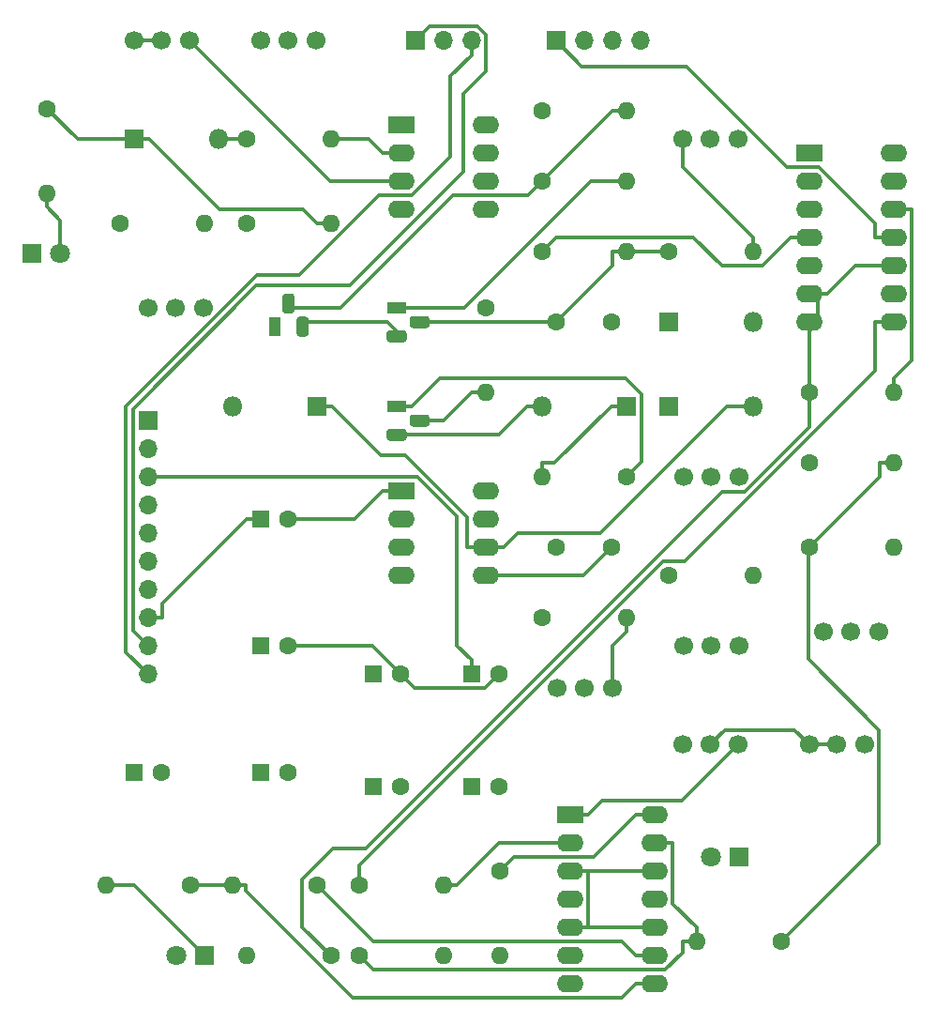
<source format=gbl>
%TF.GenerationSoftware,KiCad,Pcbnew,(5.1.12)-1*%
%TF.CreationDate,2021-11-26T16:20:00-08:00*%
%TF.ProjectId,adsr_envelope,61647372-5f65-46e7-9665-6c6f70652e6b,rev?*%
%TF.SameCoordinates,Original*%
%TF.FileFunction,Copper,L2,Bot*%
%TF.FilePolarity,Positive*%
%FSLAX46Y46*%
G04 Gerber Fmt 4.6, Leading zero omitted, Abs format (unit mm)*
G04 Created by KiCad (PCBNEW (5.1.12)-1) date 2021-11-26 16:20:00*
%MOMM*%
%LPD*%
G01*
G04 APERTURE LIST*
%TA.AperFunction,ComponentPad*%
%ADD10O,1.600000X1.600000*%
%TD*%
%TA.AperFunction,ComponentPad*%
%ADD11C,1.600000*%
%TD*%
%TA.AperFunction,ComponentPad*%
%ADD12C,1.800000*%
%TD*%
%TA.AperFunction,ComponentPad*%
%ADD13R,1.800000X1.800000*%
%TD*%
%TA.AperFunction,ComponentPad*%
%ADD14O,2.400000X1.600000*%
%TD*%
%TA.AperFunction,ComponentPad*%
%ADD15R,2.400000X1.600000*%
%TD*%
%TA.AperFunction,ComponentPad*%
%ADD16O,1.700000X1.700000*%
%TD*%
%TA.AperFunction,ComponentPad*%
%ADD17R,1.700000X1.700000*%
%TD*%
%TA.AperFunction,ComponentPad*%
%ADD18C,1.700000*%
%TD*%
%TA.AperFunction,ComponentPad*%
%ADD19R,1.800000X1.100000*%
%TD*%
%TA.AperFunction,ComponentPad*%
%ADD20R,1.100000X1.800000*%
%TD*%
%TA.AperFunction,ComponentPad*%
%ADD21O,1.800000X1.800000*%
%TD*%
%TA.AperFunction,ComponentPad*%
%ADD22R,1.600000X1.600000*%
%TD*%
%TA.AperFunction,Conductor*%
%ADD23C,0.304800*%
%TD*%
G04 APERTURE END LIST*
D10*
%TO.P,R22,2*%
%TO.N,Net-(D8-Pad2)*%
X22633900Y-45496500D03*
D11*
%TO.P,R22,1*%
%TO.N,Net-(D3-Pad1)*%
X22633900Y-37876500D03*
%TD*%
D12*
%TO.P,D8,2*%
%TO.N,Net-(D8-Pad2)*%
X23855700Y-50919400D03*
D13*
%TO.P,D8,1*%
%TO.N,GND*%
X21315700Y-50919400D03*
%TD*%
D14*
%TO.P,U4,8*%
%TO.N,+12V*%
X62230000Y-72390000D03*
%TO.P,U4,4*%
%TO.N,Net-(C1-Pad1)*%
X54610000Y-80010000D03*
%TO.P,U4,7*%
%TO.N,Net-(RV4-Pad1)*%
X62230000Y-74930000D03*
%TO.P,U4,3*%
%TO.N,Net-(R19-Pad1)*%
X54610000Y-77470000D03*
%TO.P,U4,6*%
%TO.N,Net-(D5-Pad2)*%
X62230000Y-77470000D03*
%TO.P,U4,2*%
%TO.N,Net-(Q3-Pad2)*%
X54610000Y-74930000D03*
%TO.P,U4,5*%
%TO.N,Net-(C2-Pad2)*%
X62230000Y-80010000D03*
D15*
%TO.P,U4,1*%
%TO.N,GND*%
X54610000Y-72390000D03*
%TD*%
D14*
%TO.P,U3,14*%
%TO.N,Net-(R13-Pad2)*%
X99060000Y-41910000D03*
%TO.P,U3,7*%
%TO.N,Net-(R11-Pad1)*%
X91440000Y-57150000D03*
%TO.P,U3,13*%
%TO.N,Net-(R13-Pad1)*%
X99060000Y-44450000D03*
%TO.P,U3,6*%
%TO.N,Net-(R11-Pad1)*%
X91440000Y-54610000D03*
%TO.P,U3,12*%
%TO.N,Net-(R11-Pad2)*%
X99060000Y-46990000D03*
%TO.P,U3,5*%
%TO.N,Net-(D5-Pad2)*%
X91440000Y-52070000D03*
%TO.P,U3,11*%
%TO.N,-12V*%
X99060000Y-49530000D03*
%TO.P,U3,4*%
%TO.N,+12V*%
X91440000Y-49530000D03*
%TO.P,U3,10*%
%TO.N,Net-(R11-Pad1)*%
X99060000Y-52070000D03*
%TO.P,U3,3*%
%TO.N,Net-(RV4-Pad2)*%
X91440000Y-46990000D03*
%TO.P,U3,9*%
%TO.N,Net-(R15-Pad1)*%
X99060000Y-54610000D03*
%TO.P,U3,2*%
%TO.N,Net-(R21-Pad1)*%
X91440000Y-44450000D03*
%TO.P,U3,8*%
%TO.N,Net-(R15-Pad1)*%
X99060000Y-57150000D03*
D15*
%TO.P,U3,1*%
%TO.N,Net-(R21-Pad1)*%
X91440000Y-41910000D03*
%TD*%
D14*
%TO.P,U2,8*%
%TO.N,+12V*%
X62230000Y-39370000D03*
%TO.P,U2,4*%
%TO.N,-12V*%
X54610000Y-46990000D03*
%TO.P,U2,7*%
%TO.N,N/C*%
X62230000Y-41910000D03*
%TO.P,U2,3*%
%TO.N,Net-(J1-PadTN)*%
X54610000Y-44450000D03*
%TO.P,U2,6*%
%TO.N,N/C*%
X62230000Y-44450000D03*
%TO.P,U2,2*%
%TO.N,Net-(R3-Pad2)*%
X54610000Y-41910000D03*
%TO.P,U2,5*%
%TO.N,N/C*%
X62230000Y-46990000D03*
D15*
%TO.P,U2,1*%
%TO.N,Net-(D3-Pad1)*%
X54610000Y-39370000D03*
%TD*%
D14*
%TO.P,U1,14*%
%TO.N,Net-(R2-Pad1)*%
X77470000Y-101600000D03*
%TO.P,U1,7*%
%TO.N,Net-(J4-PadTN)*%
X69850000Y-116840000D03*
%TO.P,U1,13*%
%TO.N,Net-(R5-Pad1)*%
X77470000Y-104140000D03*
%TO.P,U1,6*%
%TO.N,Net-(R16-Pad2)*%
X69850000Y-114300000D03*
%TO.P,U1,12*%
%TO.N,GND*%
X77470000Y-106680000D03*
%TO.P,U1,5*%
X69850000Y-111760000D03*
%TO.P,U1,11*%
%TO.N,-12V*%
X77470000Y-109220000D03*
%TO.P,U1,4*%
%TO.N,+12V*%
X69850000Y-109220000D03*
%TO.P,U1,10*%
%TO.N,GND*%
X77470000Y-111760000D03*
%TO.P,U1,3*%
X69850000Y-106680000D03*
%TO.P,U1,9*%
%TO.N,Net-(R4-Pad1)*%
X77470000Y-114300000D03*
%TO.P,U1,2*%
%TO.N,Net-(R15-Pad2)*%
X69850000Y-104140000D03*
%TO.P,U1,8*%
%TO.N,Net-(R1-Pad1)*%
X77470000Y-116840000D03*
D15*
%TO.P,U1,1*%
%TO.N,Net-(J3-PadTN)*%
X69850000Y-101600000D03*
%TD*%
D16*
%TO.P,SW2,10*%
%TO.N,Net-(SW1-Pad3)*%
X31750000Y-88900000D03*
%TO.P,SW2,9*%
%TO.N,Net-(SW1-Pad1)*%
X31750000Y-86360000D03*
%TO.P,SW2,8*%
%TO.N,Net-(C3-Pad1)*%
X31750000Y-83820000D03*
%TO.P,SW2,7*%
%TO.N,Net-(C4-Pad1)*%
X31750000Y-81280000D03*
%TO.P,SW2,6*%
%TO.N,Net-(C5-Pad1)*%
X31750000Y-78740000D03*
%TO.P,SW2,5*%
%TO.N,Net-(C6-Pad1)*%
X31750000Y-76200000D03*
%TO.P,SW2,4*%
%TO.N,Net-(C7-Pad1)*%
X31750000Y-73660000D03*
%TO.P,SW2,3*%
%TO.N,Net-(C8-Pad1)*%
X31750000Y-71120000D03*
%TO.P,SW2,2*%
%TO.N,Net-(C9-Pad1)*%
X31750000Y-68580000D03*
D17*
%TO.P,SW2,1*%
%TO.N,Net-(C10-Pad1)*%
X31750000Y-66040000D03*
%TD*%
D16*
%TO.P,SW1,3*%
%TO.N,Net-(SW1-Pad3)*%
X60960000Y-31750000D03*
%TO.P,SW1,2*%
%TO.N,Net-(D5-Pad2)*%
X58420000Y-31750000D03*
D17*
%TO.P,SW1,1*%
%TO.N,Net-(SW1-Pad1)*%
X55880000Y-31750000D03*
%TD*%
D18*
%TO.P,RV7,3*%
%TO.N,Net-(RV7-Pad3)*%
X85090000Y-71120000D03*
%TO.P,RV7,2*%
%TO.N,Net-(D7-Pad1)*%
X82590000Y-71120000D03*
%TO.P,RV7,1*%
%TO.N,Net-(R21-Pad2)*%
X80090000Y-71120000D03*
%TD*%
%TO.P,RV6,3*%
%TO.N,Net-(RV6-Pad3)*%
X36750000Y-55880000D03*
%TO.P,RV6,2*%
%TO.N,Net-(D6-Pad2)*%
X34250000Y-55880000D03*
%TO.P,RV6,1*%
%TO.N,Net-(R19-Pad2)*%
X31750000Y-55880000D03*
%TD*%
%TO.P,RV5,3*%
%TO.N,Net-(RV5-Pad3)*%
X85010000Y-40640000D03*
%TO.P,RV5,2*%
%TO.N,Net-(D5-Pad1)*%
X82510000Y-40640000D03*
%TO.P,RV5,1*%
%TO.N,Net-(R18-Pad2)*%
X80010000Y-40640000D03*
%TD*%
%TO.P,RV4,3*%
%TO.N,Net-(R20-Pad2)*%
X73660000Y-90170000D03*
%TO.P,RV4,2*%
%TO.N,Net-(RV4-Pad2)*%
X71160000Y-90170000D03*
%TO.P,RV4,1*%
%TO.N,Net-(RV4-Pad1)*%
X68660000Y-90170000D03*
%TD*%
%TO.P,RV3,3*%
%TO.N,Net-(RV3-Pad3)*%
X97710000Y-85090000D03*
%TO.P,RV3,2*%
%TO.N,Net-(J4-PadTN)*%
X95210000Y-85090000D03*
%TO.P,RV3,1*%
%TO.N,Net-(R16-Pad2)*%
X92710000Y-85090000D03*
%TD*%
%TO.P,RV2,3*%
%TO.N,Net-(RV2-Pad3)*%
X85090000Y-86360000D03*
%TO.P,RV2,2*%
%TO.N,Net-(J3-PadTN)*%
X82590000Y-86360000D03*
%TO.P,RV2,1*%
%TO.N,Net-(R15-Pad2)*%
X80090000Y-86360000D03*
%TD*%
%TO.P,RV1,3*%
%TO.N,Net-(RV1-Pad3)*%
X46910000Y-31750000D03*
%TO.P,RV1,2*%
%TO.N,Net-(D3-Pad1)*%
X44410000Y-31750000D03*
%TO.P,RV1,1*%
%TO.N,Net-(R3-Pad2)*%
X41910000Y-31750000D03*
%TD*%
D10*
%TO.P,R21,2*%
%TO.N,Net-(R21-Pad2)*%
X86360000Y-80010000D03*
D11*
%TO.P,R21,1*%
%TO.N,Net-(R21-Pad1)*%
X78740000Y-80010000D03*
%TD*%
D10*
%TO.P,R20,2*%
%TO.N,Net-(R20-Pad2)*%
X74930000Y-83820000D03*
D11*
%TO.P,R20,1*%
%TO.N,+12V*%
X67310000Y-83820000D03*
%TD*%
D10*
%TO.P,R19,2*%
%TO.N,Net-(R19-Pad2)*%
X36830000Y-48260000D03*
D11*
%TO.P,R19,1*%
%TO.N,Net-(R19-Pad1)*%
X29210000Y-48260000D03*
%TD*%
D10*
%TO.P,R18,2*%
%TO.N,Net-(R18-Pad2)*%
X86360000Y-50800000D03*
D11*
%TO.P,R18,1*%
%TO.N,Net-(C1-Pad1)*%
X78740000Y-50800000D03*
%TD*%
D10*
%TO.P,R17,2*%
%TO.N,Net-(Q3-Pad2)*%
X62230000Y-63500000D03*
D11*
%TO.P,R17,1*%
%TO.N,+12V*%
X62230000Y-55880000D03*
%TD*%
D10*
%TO.P,R16,2*%
%TO.N,Net-(R16-Pad2)*%
X99060000Y-77470000D03*
D11*
%TO.P,R16,1*%
%TO.N,Net-(R13-Pad2)*%
X91440000Y-77470000D03*
%TD*%
D10*
%TO.P,R15,2*%
%TO.N,Net-(R15-Pad2)*%
X58420000Y-107950000D03*
D11*
%TO.P,R15,1*%
%TO.N,Net-(R15-Pad1)*%
X50800000Y-107950000D03*
%TD*%
D10*
%TO.P,R14,2*%
%TO.N,Net-(C1-Pad2)*%
X67310000Y-71120000D03*
D11*
%TO.P,R14,1*%
%TO.N,Net-(Q3-Pad1)*%
X74930000Y-71120000D03*
%TD*%
D10*
%TO.P,R13,2*%
%TO.N,Net-(R13-Pad2)*%
X99060000Y-69850000D03*
D11*
%TO.P,R13,1*%
%TO.N,Net-(R13-Pad1)*%
X91440000Y-69850000D03*
%TD*%
D10*
%TO.P,R12,2*%
%TO.N,Net-(C1-Pad1)*%
X74930000Y-50800000D03*
D11*
%TO.P,R12,1*%
%TO.N,+12V*%
X67310000Y-50800000D03*
%TD*%
D10*
%TO.P,R11,2*%
%TO.N,Net-(R11-Pad2)*%
X99060000Y-63500000D03*
D11*
%TO.P,R11,1*%
%TO.N,Net-(R11-Pad1)*%
X91440000Y-63500000D03*
%TD*%
D10*
%TO.P,R10,2*%
%TO.N,Net-(Q2-Pad1)*%
X74930000Y-44450000D03*
D11*
%TO.P,R10,1*%
%TO.N,Net-(Q1-Pad2)*%
X67310000Y-44450000D03*
%TD*%
D10*
%TO.P,R9,2*%
%TO.N,Net-(Q1-Pad2)*%
X74930000Y-38100000D03*
D11*
%TO.P,R9,1*%
%TO.N,+12V*%
X67310000Y-38100000D03*
%TD*%
D10*
%TO.P,R8,2*%
%TO.N,Net-(R5-Pad1)*%
X81280000Y-113030000D03*
D11*
%TO.P,R8,1*%
%TO.N,Net-(R13-Pad2)*%
X88900000Y-113030000D03*
%TD*%
D10*
%TO.P,R7,2*%
%TO.N,Net-(R4-Pad1)*%
X40640000Y-114300000D03*
D11*
%TO.P,R7,1*%
%TO.N,Net-(R11-Pad1)*%
X48260000Y-114300000D03*
%TD*%
D10*
%TO.P,R6,2*%
%TO.N,Net-(D3-Pad1)*%
X48260000Y-48260000D03*
D11*
%TO.P,R6,1*%
%TO.N,Net-(Q1-Pad1)*%
X40640000Y-48260000D03*
%TD*%
D10*
%TO.P,R5,2*%
%TO.N,Net-(R2-Pad1)*%
X58420000Y-114300000D03*
D11*
%TO.P,R5,1*%
%TO.N,Net-(R5-Pad1)*%
X50800000Y-114300000D03*
%TD*%
D10*
%TO.P,R4,2*%
%TO.N,Net-(R1-Pad1)*%
X39370000Y-107950000D03*
D11*
%TO.P,R4,1*%
%TO.N,Net-(R4-Pad1)*%
X46990000Y-107950000D03*
%TD*%
D10*
%TO.P,R3,2*%
%TO.N,Net-(R3-Pad2)*%
X48260000Y-40640000D03*
D11*
%TO.P,R3,1*%
%TO.N,GND*%
X40640000Y-40640000D03*
%TD*%
D10*
%TO.P,R2,2*%
%TO.N,Net-(D2-Pad2)*%
X63500000Y-114300000D03*
D11*
%TO.P,R2,1*%
%TO.N,Net-(R2-Pad1)*%
X63500000Y-106680000D03*
%TD*%
D10*
%TO.P,R1,2*%
%TO.N,Net-(D1-Pad1)*%
X27940000Y-107950000D03*
D11*
%TO.P,R1,1*%
%TO.N,Net-(R1-Pad1)*%
X35560000Y-107950000D03*
%TD*%
D19*
%TO.P,Q3,1*%
%TO.N,Net-(Q3-Pad1)*%
X54210000Y-64770000D03*
%TO.P,Q3,3*%
%TO.N,GND*%
%TA.AperFunction,ComponentPad*%
G36*
G01*
X53585000Y-66760000D02*
X54835000Y-66760000D01*
G75*
G02*
X55110000Y-67035000I0J-275000D01*
G01*
X55110000Y-67585000D01*
G75*
G02*
X54835000Y-67860000I-275000J0D01*
G01*
X53585000Y-67860000D01*
G75*
G02*
X53310000Y-67585000I0J275000D01*
G01*
X53310000Y-67035000D01*
G75*
G02*
X53585000Y-66760000I275000J0D01*
G01*
G37*
%TD.AperFunction*%
%TO.P,Q3,2*%
%TO.N,Net-(Q3-Pad2)*%
%TA.AperFunction,ComponentPad*%
G36*
G01*
X55655000Y-65490000D02*
X56905000Y-65490000D01*
G75*
G02*
X57180000Y-65765000I0J-275000D01*
G01*
X57180000Y-66315000D01*
G75*
G02*
X56905000Y-66590000I-275000J0D01*
G01*
X55655000Y-66590000D01*
G75*
G02*
X55380000Y-66315000I0J275000D01*
G01*
X55380000Y-65765000D01*
G75*
G02*
X55655000Y-65490000I275000J0D01*
G01*
G37*
%TD.AperFunction*%
%TD*%
%TO.P,Q2,1*%
%TO.N,Net-(Q2-Pad1)*%
X54210000Y-55880000D03*
%TO.P,Q2,3*%
%TO.N,GND*%
%TA.AperFunction,ComponentPad*%
G36*
G01*
X53585000Y-57870000D02*
X54835000Y-57870000D01*
G75*
G02*
X55110000Y-58145000I0J-275000D01*
G01*
X55110000Y-58695000D01*
G75*
G02*
X54835000Y-58970000I-275000J0D01*
G01*
X53585000Y-58970000D01*
G75*
G02*
X53310000Y-58695000I0J275000D01*
G01*
X53310000Y-58145000D01*
G75*
G02*
X53585000Y-57870000I275000J0D01*
G01*
G37*
%TD.AperFunction*%
%TO.P,Q2,2*%
%TO.N,Net-(C1-Pad1)*%
%TA.AperFunction,ComponentPad*%
G36*
G01*
X55655000Y-56600000D02*
X56905000Y-56600000D01*
G75*
G02*
X57180000Y-56875000I0J-275000D01*
G01*
X57180000Y-57425000D01*
G75*
G02*
X56905000Y-57700000I-275000J0D01*
G01*
X55655000Y-57700000D01*
G75*
G02*
X55380000Y-57425000I0J275000D01*
G01*
X55380000Y-56875000D01*
G75*
G02*
X55655000Y-56600000I275000J0D01*
G01*
G37*
%TD.AperFunction*%
%TD*%
D20*
%TO.P,Q1,1*%
%TO.N,Net-(Q1-Pad1)*%
X43180000Y-57550000D03*
%TO.P,Q1,3*%
%TO.N,GND*%
%TA.AperFunction,ComponentPad*%
G36*
G01*
X45170000Y-58175000D02*
X45170000Y-56925000D01*
G75*
G02*
X45445000Y-56650000I275000J0D01*
G01*
X45995000Y-56650000D01*
G75*
G02*
X46270000Y-56925000I0J-275000D01*
G01*
X46270000Y-58175000D01*
G75*
G02*
X45995000Y-58450000I-275000J0D01*
G01*
X45445000Y-58450000D01*
G75*
G02*
X45170000Y-58175000I0J275000D01*
G01*
G37*
%TD.AperFunction*%
%TO.P,Q1,2*%
%TO.N,Net-(Q1-Pad2)*%
%TA.AperFunction,ComponentPad*%
G36*
G01*
X43900000Y-56105000D02*
X43900000Y-54855000D01*
G75*
G02*
X44175000Y-54580000I275000J0D01*
G01*
X44725000Y-54580000D01*
G75*
G02*
X45000000Y-54855000I0J-275000D01*
G01*
X45000000Y-56105000D01*
G75*
G02*
X44725000Y-56380000I-275000J0D01*
G01*
X44175000Y-56380000D01*
G75*
G02*
X43900000Y-56105000I0J275000D01*
G01*
G37*
%TD.AperFunction*%
%TD*%
D18*
%TO.P,J4,TN*%
%TO.N,Net-(J4-PadTN)*%
X96440000Y-95250000D03*
%TO.P,J4,T*%
%TO.N,GND*%
X93940000Y-95250000D03*
%TO.P,J4,S*%
X91440000Y-95250000D03*
%TD*%
%TO.P,J3,TN*%
%TO.N,Net-(J3-PadTN)*%
X85010000Y-95250000D03*
%TO.P,J3,T*%
%TO.N,GND*%
X82510000Y-95250000D03*
%TO.P,J3,S*%
X80010000Y-95250000D03*
%TD*%
D16*
%TO.P,J2,4*%
%TO.N,+5V*%
X76200000Y-31750000D03*
%TO.P,J2,3*%
%TO.N,+12V*%
X73660000Y-31750000D03*
%TO.P,J2,2*%
%TO.N,GND*%
X71120000Y-31750000D03*
D17*
%TO.P,J2,1*%
%TO.N,-12V*%
X68580000Y-31750000D03*
%TD*%
D18*
%TO.P,J1,TN*%
%TO.N,Net-(J1-PadTN)*%
X35480000Y-31750000D03*
%TO.P,J1,T*%
%TO.N,GND*%
X32980000Y-31750000D03*
%TO.P,J1,S*%
X30480000Y-31750000D03*
%TD*%
D21*
%TO.P,D7,2*%
%TO.N,Net-(D5-Pad2)*%
X86360000Y-64770000D03*
D13*
%TO.P,D7,1*%
%TO.N,Net-(D7-Pad1)*%
X78740000Y-64770000D03*
%TD*%
D21*
%TO.P,D6,2*%
%TO.N,Net-(D6-Pad2)*%
X39370000Y-64770000D03*
D13*
%TO.P,D6,1*%
%TO.N,Net-(D5-Pad2)*%
X46990000Y-64770000D03*
%TD*%
D21*
%TO.P,D5,2*%
%TO.N,Net-(D5-Pad2)*%
X86360000Y-57150000D03*
D13*
%TO.P,D5,1*%
%TO.N,Net-(D5-Pad1)*%
X78740000Y-57150000D03*
%TD*%
D21*
%TO.P,D4,2*%
%TO.N,GND*%
X67310000Y-64770000D03*
D13*
%TO.P,D4,1*%
%TO.N,Net-(C1-Pad2)*%
X74930000Y-64770000D03*
%TD*%
D21*
%TO.P,D3,2*%
%TO.N,GND*%
X38100000Y-40640000D03*
D13*
%TO.P,D3,1*%
%TO.N,Net-(D3-Pad1)*%
X30480000Y-40640000D03*
%TD*%
D12*
%TO.P,D2,2*%
%TO.N,Net-(D2-Pad2)*%
X82550000Y-105410000D03*
D13*
%TO.P,D2,1*%
%TO.N,GND*%
X85090000Y-105410000D03*
%TD*%
D12*
%TO.P,D1,2*%
%TO.N,GND*%
X34290000Y-114300000D03*
D13*
%TO.P,D1,1*%
%TO.N,Net-(D1-Pad1)*%
X36830000Y-114300000D03*
%TD*%
D11*
%TO.P,C10,2*%
%TO.N,GND*%
X63460000Y-99060000D03*
D22*
%TO.P,C10,1*%
%TO.N,Net-(C10-Pad1)*%
X60960000Y-99060000D03*
%TD*%
D11*
%TO.P,C9,2*%
%TO.N,GND*%
X54570000Y-99060000D03*
D22*
%TO.P,C9,1*%
%TO.N,Net-(C9-Pad1)*%
X52070000Y-99060000D03*
%TD*%
D11*
%TO.P,C8,2*%
%TO.N,GND*%
X63460000Y-88900000D03*
D22*
%TO.P,C8,1*%
%TO.N,Net-(C8-Pad1)*%
X60960000Y-88900000D03*
%TD*%
D11*
%TO.P,C7,2*%
%TO.N,GND*%
X54570000Y-88900000D03*
D22*
%TO.P,C7,1*%
%TO.N,Net-(C7-Pad1)*%
X52070000Y-88900000D03*
%TD*%
D11*
%TO.P,C6,2*%
%TO.N,GND*%
X32980000Y-97790000D03*
D22*
%TO.P,C6,1*%
%TO.N,Net-(C6-Pad1)*%
X30480000Y-97790000D03*
%TD*%
D11*
%TO.P,C5,2*%
%TO.N,GND*%
X44410000Y-97790000D03*
D22*
%TO.P,C5,1*%
%TO.N,Net-(C5-Pad1)*%
X41910000Y-97790000D03*
%TD*%
D11*
%TO.P,C4,2*%
%TO.N,GND*%
X44410000Y-86360000D03*
D22*
%TO.P,C4,1*%
%TO.N,Net-(C4-Pad1)*%
X41910000Y-86360000D03*
%TD*%
D11*
%TO.P,C3,2*%
%TO.N,GND*%
X44410000Y-74930000D03*
D22*
%TO.P,C3,1*%
%TO.N,Net-(C3-Pad1)*%
X41910000Y-74930000D03*
%TD*%
D11*
%TO.P,C2,2*%
%TO.N,Net-(C2-Pad2)*%
X73580000Y-77470000D03*
%TO.P,C2,1*%
%TO.N,GND*%
X68580000Y-77470000D03*
%TD*%
%TO.P,C1,2*%
%TO.N,Net-(C1-Pad2)*%
X73580000Y-57150000D03*
%TO.P,C1,1*%
%TO.N,Net-(C1-Pad1)*%
X68580000Y-57150000D03*
%TD*%
D23*
%TO.N,Net-(C1-Pad2)*%
X67310000Y-71120000D02*
X67310000Y-69862500D01*
X74930000Y-64770000D02*
X73572500Y-64770000D01*
X73572500Y-64770000D02*
X68480000Y-69862500D01*
X68480000Y-69862500D02*
X67310000Y-69862500D01*
%TO.N,Net-(C1-Pad1)*%
X74930000Y-50800000D02*
X73672500Y-50800000D01*
X68580000Y-57150000D02*
X73672500Y-52057500D01*
X73672500Y-52057500D02*
X73672500Y-50800000D01*
X68580000Y-57150000D02*
X55880000Y-57150000D01*
X74930000Y-50800000D02*
X78740000Y-50800000D01*
%TO.N,Net-(C2-Pad2)*%
X73580000Y-77470000D02*
X71040000Y-80010000D01*
X71040000Y-80010000D02*
X62230000Y-80010000D01*
%TO.N,GND*%
X71507500Y-111760000D02*
X75812500Y-111760000D01*
X77470000Y-111760000D02*
X75812500Y-111760000D01*
X71507500Y-111760000D02*
X71507500Y-106680000D01*
X71507500Y-106680000D02*
X75812500Y-106680000D01*
X77470000Y-106680000D02*
X75812500Y-106680000D01*
X69850000Y-111760000D02*
X71507500Y-111760000D01*
X54610000Y-72390000D02*
X52952500Y-72390000D01*
X52952500Y-72390000D02*
X50412500Y-74930000D01*
X50412500Y-74930000D02*
X44410000Y-74930000D01*
X40640000Y-40640000D02*
X39457500Y-40640000D01*
X38100000Y-40640000D02*
X39457500Y-40640000D01*
X69850000Y-106680000D02*
X71507500Y-106680000D01*
X63460000Y-88900000D02*
X62202500Y-90157500D01*
X62202500Y-90157500D02*
X55827500Y-90157500D01*
X55827500Y-90157500D02*
X54570000Y-88900000D01*
X54570000Y-88900000D02*
X52030000Y-86360000D01*
X52030000Y-86360000D02*
X44410000Y-86360000D01*
X45720000Y-57150000D02*
X53340000Y-57150000D01*
X53340000Y-57150000D02*
X54610000Y-58420000D01*
X91440000Y-95250000D02*
X90122200Y-93932200D01*
X90122200Y-93932200D02*
X83827800Y-93932200D01*
X83827800Y-93932200D02*
X82510000Y-95250000D01*
X93940000Y-95250000D02*
X91440000Y-95250000D01*
X30480000Y-31750000D02*
X32980000Y-31750000D01*
X67310000Y-64770000D02*
X65952500Y-64770000D01*
X65952500Y-64770000D02*
X63412500Y-67310000D01*
X63412500Y-67310000D02*
X54610000Y-67310000D01*
%TO.N,Net-(C3-Pad1)*%
X31750000Y-83820000D02*
X33057500Y-83820000D01*
X41910000Y-74930000D02*
X40652500Y-74930000D01*
X40652500Y-74930000D02*
X33057500Y-82525000D01*
X33057500Y-82525000D02*
X33057500Y-83820000D01*
%TO.N,Net-(C8-Pad1)*%
X31750000Y-71120000D02*
X56048000Y-71120000D01*
X56048000Y-71120000D02*
X59628700Y-74700700D01*
X59628700Y-74700700D02*
X59628700Y-86311300D01*
X59628700Y-86311300D02*
X59628800Y-86311300D01*
X59628800Y-86311300D02*
X60960000Y-87642500D01*
X60960000Y-88900000D02*
X60960000Y-87642500D01*
%TO.N,Net-(D3-Pad1)*%
X30480000Y-40640000D02*
X31837500Y-40640000D01*
X48260000Y-48260000D02*
X47002500Y-48260000D01*
X47002500Y-48260000D02*
X45745000Y-47002500D01*
X45745000Y-47002500D02*
X38200000Y-47002500D01*
X38200000Y-47002500D02*
X31837500Y-40640000D01*
X30480000Y-40640000D02*
X25397400Y-40640000D01*
X25397400Y-40640000D02*
X22633900Y-37876500D01*
%TO.N,Net-(D5-Pad2)*%
X62230000Y-77470000D02*
X63887500Y-77470000D01*
X86360000Y-64770000D02*
X84018400Y-64770000D01*
X84018400Y-64770000D02*
X72600800Y-76187600D01*
X72600800Y-76187600D02*
X65169900Y-76187600D01*
X65169900Y-76187600D02*
X63887500Y-77470000D01*
X62230000Y-77470000D02*
X60572500Y-77470000D01*
X46990000Y-64770000D02*
X48347500Y-64770000D01*
X48347500Y-64770000D02*
X52776000Y-69198500D01*
X52776000Y-69198500D02*
X54989300Y-69198500D01*
X54989300Y-69198500D02*
X60572500Y-74781700D01*
X60572500Y-74781700D02*
X60572500Y-77470000D01*
%TO.N,Net-(J1-PadTN)*%
X35480000Y-31750000D02*
X48180000Y-44450000D01*
X48180000Y-44450000D02*
X54610000Y-44450000D01*
%TO.N,+12V*%
X91440000Y-49530000D02*
X89782500Y-49530000D01*
X67310000Y-50800000D02*
X68609800Y-49500200D01*
X68609800Y-49500200D02*
X81011200Y-49500200D01*
X81011200Y-49500200D02*
X83569200Y-52058200D01*
X83569200Y-52058200D02*
X87254300Y-52058200D01*
X87254300Y-52058200D02*
X89782500Y-49530000D01*
%TO.N,-12V*%
X99060000Y-49530000D02*
X97402500Y-49530000D01*
X68580000Y-31750000D02*
X70903600Y-34073600D01*
X70903600Y-34073600D02*
X80364400Y-34073600D01*
X80364400Y-34073600D02*
X89458400Y-43167600D01*
X89458400Y-43167600D02*
X92342500Y-43167600D01*
X92342500Y-43167600D02*
X97402500Y-48227600D01*
X97402500Y-48227600D02*
X97402500Y-49530000D01*
%TO.N,Net-(J3-PadTN)*%
X69850000Y-101600000D02*
X71507500Y-101600000D01*
X85010000Y-95250000D02*
X79917500Y-100342500D01*
X79917500Y-100342500D02*
X72765000Y-100342500D01*
X72765000Y-100342500D02*
X71507500Y-101600000D01*
%TO.N,Net-(Q1-Pad2)*%
X44450000Y-55880000D02*
X49134800Y-55880000D01*
X49134800Y-55880000D02*
X59294800Y-45720000D01*
X59294800Y-45720000D02*
X66040000Y-45720000D01*
X66040000Y-45720000D02*
X67310000Y-44450000D01*
X74930000Y-38100000D02*
X73672500Y-38100000D01*
X73672500Y-38100000D02*
X67322500Y-44450000D01*
X67322500Y-44450000D02*
X67310000Y-44450000D01*
%TO.N,Net-(Q2-Pad1)*%
X54610000Y-55880000D02*
X60312600Y-55880000D01*
X60312600Y-55880000D02*
X71742600Y-44450000D01*
X71742600Y-44450000D02*
X74930000Y-44450000D01*
%TO.N,Net-(Q3-Pad1)*%
X54610000Y-64770000D02*
X55567500Y-64770000D01*
X55567500Y-64770000D02*
X58116400Y-62221100D01*
X58116400Y-62221100D02*
X74857200Y-62221100D01*
X74857200Y-62221100D02*
X76287600Y-63651500D01*
X76287600Y-63651500D02*
X76287600Y-69762400D01*
X76287600Y-69762400D02*
X74930000Y-71120000D01*
%TO.N,Net-(Q3-Pad2)*%
X62230000Y-63500000D02*
X60972500Y-63500000D01*
X55880000Y-66040000D02*
X58432500Y-66040000D01*
X58432500Y-66040000D02*
X60972500Y-63500000D01*
%TO.N,Net-(R1-Pad1)*%
X39370000Y-107950000D02*
X40627500Y-107950000D01*
X77470000Y-116840000D02*
X75812500Y-116840000D01*
X75812500Y-116840000D02*
X74539000Y-118113500D01*
X74539000Y-118113500D02*
X50269900Y-118113500D01*
X50269900Y-118113500D02*
X40627500Y-108471100D01*
X40627500Y-108471100D02*
X40627500Y-107950000D01*
X35560000Y-107950000D02*
X39370000Y-107950000D01*
%TO.N,Net-(R2-Pad1)*%
X77470000Y-101600000D02*
X75812500Y-101600000D01*
X75812500Y-101600000D02*
X72002500Y-105410000D01*
X72002500Y-105410000D02*
X64770000Y-105410000D01*
X64770000Y-105410000D02*
X63500000Y-106680000D01*
%TO.N,Net-(R3-Pad2)*%
X54610000Y-41910000D02*
X52952500Y-41910000D01*
X48260000Y-40640000D02*
X51682500Y-40640000D01*
X51682500Y-40640000D02*
X52952500Y-41910000D01*
%TO.N,Net-(R4-Pad1)*%
X77470000Y-114300000D02*
X75812500Y-114300000D01*
X75812500Y-114300000D02*
X74542500Y-113030000D01*
X74542500Y-113030000D02*
X52070000Y-113030000D01*
X52070000Y-113030000D02*
X46990000Y-107950000D01*
%TO.N,Net-(R5-Pad1)*%
X81280000Y-113030000D02*
X80022500Y-113030000D01*
X50800000Y-114300000D02*
X52070000Y-115570000D01*
X52070000Y-115570000D02*
X78463800Y-115570000D01*
X78463800Y-115570000D02*
X80022500Y-114011300D01*
X80022500Y-114011300D02*
X80022500Y-113030000D01*
X81280000Y-113030000D02*
X81280000Y-111772500D01*
X77470000Y-104140000D02*
X79127500Y-104140000D01*
X79127500Y-104140000D02*
X79127500Y-109620000D01*
X79127500Y-109620000D02*
X81280000Y-111772500D01*
%TO.N,Net-(R11-Pad1)*%
X92268800Y-54610000D02*
X93097500Y-54610000D01*
X91440000Y-54610000D02*
X92268800Y-54610000D01*
X92268800Y-54610000D02*
X92268800Y-57150000D01*
X99060000Y-52070000D02*
X95637500Y-52070000D01*
X95637500Y-52070000D02*
X93097500Y-54610000D01*
X92268800Y-57150000D02*
X91440000Y-57978800D01*
X91440000Y-57978800D02*
X91440000Y-63500000D01*
X91440000Y-57150000D02*
X92268800Y-57150000D01*
X91440000Y-63500000D02*
X91440000Y-66637900D01*
X91440000Y-66637900D02*
X85650300Y-72427600D01*
X85650300Y-72427600D02*
X83627000Y-72427600D01*
X83627000Y-72427600D02*
X51444600Y-104610000D01*
X51444600Y-104610000D02*
X48487900Y-104610000D01*
X48487900Y-104610000D02*
X45690100Y-107407800D01*
X45690100Y-107407800D02*
X45690100Y-111730100D01*
X45690100Y-111730100D02*
X48260000Y-114300000D01*
%TO.N,Net-(R13-Pad2)*%
X91440000Y-77470000D02*
X91388000Y-77522000D01*
X91388000Y-77522000D02*
X91388000Y-87568200D01*
X91388000Y-87568200D02*
X97750400Y-93930600D01*
X97750400Y-93930600D02*
X97750400Y-104179600D01*
X97750400Y-104179600D02*
X88900000Y-113030000D01*
X97802500Y-69850000D02*
X97802500Y-71107500D01*
X97802500Y-71107500D02*
X91440000Y-77470000D01*
X99060000Y-69850000D02*
X97802500Y-69850000D01*
%TO.N,Net-(R11-Pad2)*%
X99060000Y-63500000D02*
X99060000Y-62242500D01*
X99060000Y-46990000D02*
X100717500Y-46990000D01*
X100717500Y-46990000D02*
X100717500Y-60585000D01*
X100717500Y-60585000D02*
X99060000Y-62242500D01*
%TO.N,Net-(R15-Pad2)*%
X58420000Y-107950000D02*
X59677500Y-107950000D01*
X69850000Y-104140000D02*
X63487500Y-104140000D01*
X63487500Y-104140000D02*
X59677500Y-107950000D01*
%TO.N,Net-(R15-Pad1)*%
X99060000Y-57150000D02*
X97402500Y-57150000D01*
X97402500Y-57150000D02*
X97402500Y-61538100D01*
X97402500Y-61538100D02*
X80213000Y-78727600D01*
X80213000Y-78727600D02*
X78225500Y-78727600D01*
X78225500Y-78727600D02*
X50800000Y-106153100D01*
X50800000Y-106153100D02*
X50800000Y-107950000D01*
%TO.N,Net-(R18-Pad2)*%
X86360000Y-50800000D02*
X86360000Y-49542500D01*
X80010000Y-40640000D02*
X80010000Y-43192500D01*
X80010000Y-43192500D02*
X86360000Y-49542500D01*
%TO.N,Net-(R20-Pad2)*%
X74930000Y-83820000D02*
X74930000Y-85077500D01*
X73660000Y-90170000D02*
X73660000Y-86347500D01*
X73660000Y-86347500D02*
X74930000Y-85077500D01*
%TO.N,Net-(SW1-Pad3)*%
X60960000Y-33057500D02*
X59042600Y-34974900D01*
X59042600Y-34974900D02*
X59042600Y-42215400D01*
X59042600Y-42215400D02*
X55538000Y-45720000D01*
X55538000Y-45720000D02*
X52615700Y-45720000D01*
X52615700Y-45720000D02*
X45402300Y-52933400D01*
X45402300Y-52933400D02*
X41599200Y-52933400D01*
X41599200Y-52933400D02*
X29779800Y-64752800D01*
X29779800Y-64752800D02*
X29779800Y-86929800D01*
X29779800Y-86929800D02*
X31750000Y-88900000D01*
X60960000Y-31750000D02*
X60960000Y-33057500D01*
%TO.N,Net-(SW1-Pad1)*%
X55880000Y-31750000D02*
X57189200Y-30440800D01*
X57189200Y-30440800D02*
X61502800Y-30440800D01*
X61502800Y-30440800D02*
X62300400Y-31238400D01*
X62300400Y-31238400D02*
X62300400Y-34545300D01*
X62300400Y-34545300D02*
X60262500Y-36583200D01*
X60262500Y-36583200D02*
X60262500Y-43566500D01*
X60262500Y-43566500D02*
X49980900Y-53848100D01*
X49980900Y-53848100D02*
X41547000Y-53848100D01*
X41547000Y-53848100D02*
X30389700Y-65005400D01*
X30389700Y-65005400D02*
X30389700Y-84999700D01*
X30389700Y-84999700D02*
X31750000Y-86360000D01*
%TO.N,Net-(D1-Pad1)*%
X36830000Y-114300000D02*
X30480000Y-107950000D01*
X30480000Y-107950000D02*
X27940000Y-107950000D01*
%TO.N,Net-(D8-Pad2)*%
X22633900Y-45496500D02*
X22633900Y-46754000D01*
X23855700Y-50919400D02*
X23855700Y-47975800D01*
X23855700Y-47975800D02*
X22633900Y-46754000D01*
%TD*%
M02*

</source>
